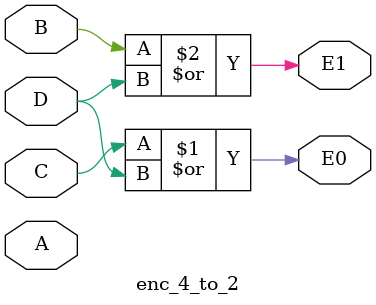
<source format=v>
`timescale 1ns/1ps

module enc_4_to_2(
    input A, 
    input B, 
    input C,
    input D,

    output E0,
    output E1
);

assign E0 = C | D;
assign E1 = B | D;

endmodule

</source>
